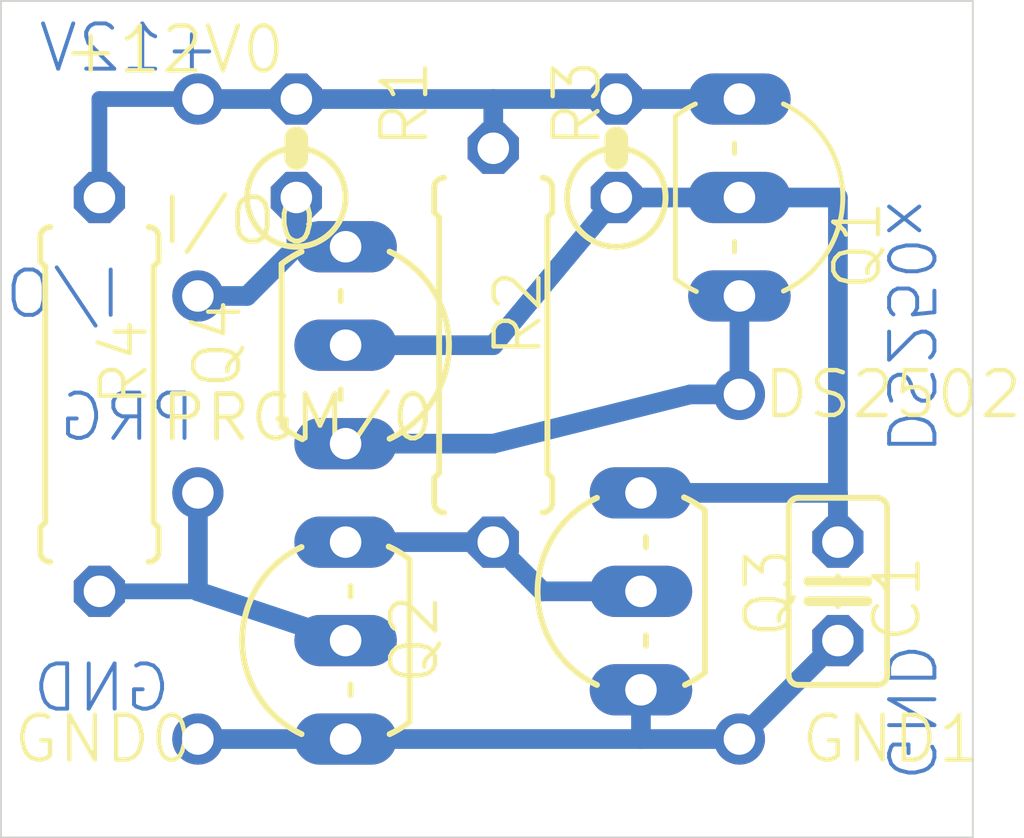
<source format=kicad_pcb>
(kicad_pcb (version 20221018) (generator pcbnew)
  (layers (0 "F.Cu" signal) (31 "B.Cu" signal) (34 "B.Paste" user) (35 "F.Paste" user) (36 "B.SilkS" user "B.Silkscreen") (37 "F.SilkS" user "F.Silkscreen") (38 "B.Mask" user) (39 "F.Mask" user) (44 "Edge.Cuts" user))
  (net 0 "")
  (net 1 "N$1")
  (net 2 "N$2")
  (net 3 "N$3")
  (net 4 "N$4")
  (net 5 "N$5")
  (net 6 "N$6")
  (net 7 "N$7")
  (footprint "DS2502_prog:P1-13" (layer "F.Cu") (at 141.0461 113.2536)
    (fp_text reference "GND0" (at -4.826 0) (layer "F.SilkS") (effects (font (size 1.1557 1.1557) (thickness 0.1143)) (justify left)))
    (fp_text value "SOLDER_POINTA")
    (pad "1" thru_hole circle (at 0 0) (size 1.3208 1.3208) (drill 0.8128) (layers "*.Cu" "*.Mask") (net 5 "N$5"))
  )
  (footprint "DS2502_prog:0207_2V" (layer "F.Cu") (at 143.5861 98.0136 90)
    (fp_text reference "R1" (at -0.0508 2.794 90) (layer "F.SilkS") (effects (font (size 1.1557 1.1557) (thickness 0.1143)) (justify left)))
    (fp_text value "4.7K" hide)
    (fp_line (start -0.254 0) (end 0.254 0) (stroke (width 0.6096)) (layer "F.SilkS"))
    (fp_circle (center -1.27 0) (end 0 0) (stroke (width 0.1524)) (fill none) (layer "F.SilkS"))
    (pad "1" thru_hole roundrect (at -1.27 0 90) (size 1.3208 1.3208) (drill 0.8128) (layers "*.Cu" "*.Mask") (chamfer_ratio 0.2928932188) (chamfer top_left top_right bottom_left bottom_right) (net 2 "N$2"))
    (pad "2" thru_hole roundrect (at 1.27 0 90) (size 1.3208 1.3208) (drill 0.8128) (layers "*.Cu" "*.Mask") (chamfer_ratio 0.2928932188) (chamfer top_left top_right bottom_left bottom_right) (net 1 "N$1"))
  )
  (footprint "DS2502_prog:TO92-" (layer "F.Cu") (at 155.0161 99.2836 -90)
    (fp_text reference "Q1" (at 0 -3.048 90) (layer "F.SilkS") (effects (font (size 1.1557 1.1557) (thickness 0.1143)) (justify right)))
    (fp_text value "VP0106N3" hide)
    (fp_line (start -2.0945 1.651) (end 2.0945 1.651) (stroke (width 0.127)) (layer "F.SilkS"))
    (fp_line (start -1.1359 0.127) (end -1.4041 0.127) (stroke (width 0.127)) (layer "F.SilkS"))
    (fp_line (start 1.4041 0.127) (end 1.1359 0.127) (stroke (width 0.127)) (layer "F.SilkS"))
    (fp_arc (start -2.413 -1.1359) (mid -0.000001 -2.666986) (end 2.412999 -1.135901) (stroke (width 0.127)) (layer "F.SilkS"))
    (fp_arc (start -2.0945 1.651) (mid -2.268418 1.40252) (end -2.413 1.1359) (stroke (width 0.127)) (layer "F.SilkS"))
    (fp_arc (start 2.4242 1.1118) (mid 2.275378 1.391201) (end 2.0945 1.651) (stroke (width 0.127)) (layer "F.SilkS"))
    (pad "1" thru_hole oval (at 2.54 0) (size 2.6416 1.3208) (drill 0.8128) (layers "*.Cu" "*.Mask") (net 7 "N$7"))
    (pad "2" thru_hole oval (at 0 0) (size 2.6416 1.3208) (drill 0.8128) (layers "*.Cu" "*.Mask") (net 6 "N$6"))
    (pad "3" thru_hole oval (at -2.54 0) (size 2.6416 1.3208) (drill 0.8128) (layers "*.Cu" "*.Mask") (net 1 "N$1"))
  )
  (footprint "DS2502_prog:P1-13" (layer "F.Cu") (at 155.0161 104.3636)
    (fp_text reference "DS2502" (at 7.366 0) (layer "F.SilkS") (effects (font (size 1.1557 1.1557) (thickness 0.1143)) (justify right)))
    (fp_text value "SOLDER_POINTA")
    (pad "1" thru_hole circle (at 0 0) (size 1.3208 1.3208) (drill 0.8128) (layers "*.Cu" "*.Mask") (net 7 "N$7"))
  )
  (footprint "DS2502_prog:TO92-LINE" (layer "F.Cu") (at 152.4761 109.4436 90)
    (fp_text reference "Q3" (at -1.27 3.302 90) (layer "F.SilkS") (effects (font (size 1.1557 1.1557) (thickness 0.1143)) (justify left)))
    (fp_text value "2N7000" hide)
    (fp_line (start -2.095 1.651) (end 2.095 1.651) (stroke (width 0.1524)) (layer "F.SilkS"))
    (fp_line (start -1.136 0.127) (end -1.404 0.127) (stroke (width 0.1524)) (layer "F.SilkS"))
    (fp_line (start 1.404 0.127) (end 1.136 0.127) (stroke (width 0.1524)) (layer "F.SilkS"))
    (fp_arc (start -2.413 -1.1359) (mid -0.000001 -2.666986) (end 2.412999 -1.135901) (stroke (width 0.1524)) (layer "F.SilkS"))
    (fp_arc (start -2.095 1.651) (mid -2.268918 1.40252) (end -2.4135 1.1359) (stroke (width 0.1524)) (layer "F.SilkS"))
    (fp_arc (start 2.4247 1.1118) (mid 2.275878 1.391201) (end 2.095 1.651) (stroke (width 0.1524)) (layer "F.SilkS"))
    (pad "1" thru_hole oval (at 2.54 0 180) (size 2.6416 1.3208) (drill 0.8128) (layers "*.Cu" "*.Mask") (net 6 "N$6"))
    (pad "2" thru_hole oval (at 0 0 180) (size 2.6416 1.3208) (drill 0.8128) (layers "*.Cu" "*.Mask") (net 3 "N$3"))
    (pad "3" thru_hole oval (at -2.54 0 180) (size 2.6416 1.3208) (drill 0.8128) (layers "*.Cu" "*.Mask") (net 5 "N$5"))
  )
  (footprint "DS2502_prog:P1-13" (layer "F.Cu") (at 155.0161 113.2536)
    (fp_text reference "GND1" (at 1.524 0) (layer "F.SilkS") (effects (font (size 1.1557 1.1557) (thickness 0.1143)) (justify left)))
    (fp_text value "SOLDER_POINTA")
    (pad "1" thru_hole circle (at 0 0) (size 1.3208 1.3208) (drill 0.8128) (layers "*.Cu" "*.Mask") (net 5 "N$5"))
  )
  (footprint "DS2502_prog:0207_2V" (layer "F.Cu") (at 151.8411 98.0136 90)
    (fp_text reference "R3" (at -0.0508 -1.016 90) (layer "F.SilkS") (effects (font (size 1.1557 1.1557) (thickness 0.1143)) (justify left)))
    (fp_text value "10K" hide)
    (fp_line (start -0.254 0) (end 0.254 0) (stroke (width 0.6096)) (layer "F.SilkS"))
    (fp_circle (center -1.27 0) (end 0 0) (stroke (width 0.1524)) (fill none) (layer "F.SilkS"))
    (pad "1" thru_hole roundrect (at -1.27 0 90) (size 1.3208 1.3208) (drill 0.8128) (layers "*.Cu" "*.Mask") (chamfer_ratio 0.2928932188) (chamfer top_left top_right bottom_left bottom_right) (net 6 "N$6"))
    (pad "2" thru_hole roundrect (at 1.27 0 90) (size 1.3208 1.3208) (drill 0.8128) (layers "*.Cu" "*.Mask") (chamfer_ratio 0.2928932188) (chamfer top_left top_right bottom_left bottom_right) (net 1 "N$1"))
  )
  (footprint "DS2502_prog:P1-13" (layer "F.Cu") (at 141.0461 96.7436)
    (fp_text reference "+12V0" (at -3.556 -1.27) (layer "F.SilkS") (effects (font (size 1.1557 1.1557) (thickness 0.1143)) (justify left)))
    (fp_text value "SOLDER_POINTA")
    (pad "1" thru_hole circle (at 0 0) (size 1.3208 1.3208) (drill 0.8128) (layers "*.Cu" "*.Mask") (net 1 "N$1"))
  )
  (footprint "DS2502_prog:0309_10" (layer "F.Cu") (at 138.5061 104.3636 90)
    (fp_text reference "R4" (at -0.381 0.635 90) (layer "F.SilkS") (effects (font (size 1.1557 1.1557) (thickness 0.1143)) (justify left)))
    (fp_text value "100k" hide)
    (fp_line (start -4.064 -1.524) (end -3.429 -1.524) (stroke (width 0.1524)) (layer "F.SilkS"))
    (fp_line (start -4.064 1.524) (end -3.429 1.524) (stroke (width 0.1524)) (layer "F.SilkS"))
    (fp_line (start -3.302 -1.397) (end -3.429 -1.524) (stroke (width 0.1524)) (layer "F.SilkS"))
    (fp_line (start -3.302 1.397) (end -3.429 1.524) (stroke (width 0.1524)) (layer "F.SilkS"))
    (fp_line (start 3.302 -1.397) (end -3.302 -1.397) (stroke (width 0.1524)) (layer "F.SilkS"))
    (fp_line (start 3.302 -1.397) (end 3.429 -1.524) (stroke (width 0.1524)) (layer "F.SilkS"))
    (fp_line (start 3.302 1.397) (end -3.302 1.397) (stroke (width 0.1524)) (layer "F.SilkS"))
    (fp_line (start 3.302 1.397) (end 3.429 1.524) (stroke (width 0.1524)) (layer "F.SilkS"))
    (fp_line (start 4.064 -1.524) (end 3.429 -1.524) (stroke (width 0.1524)) (layer "F.SilkS"))
    (fp_line (start 4.064 1.524) (end 3.429 1.524) (stroke (width 0.1524)) (layer "F.SilkS"))
    (fp_arc (start -4.318 -1.27) (mid -4.243605 -1.449605) (end -4.064 -1.524) (stroke (width 0.1524)) (layer "F.SilkS"))
    (fp_arc (start -4.064 1.524) (mid -4.243605 1.449605) (end -4.318 1.27) (stroke (width 0.1524)) (layer "F.SilkS"))
    (fp_arc (start 4.064 -1.524) (mid 4.243605 -1.449605) (end 4.318 -1.27) (stroke (width 0.1524)) (layer "F.SilkS"))
    (fp_arc (start 4.318 1.27) (mid 4.243605 1.449605) (end 4.064 1.524) (stroke (width 0.1524)) (layer "F.SilkS"))
    (pad "1" thru_hole roundrect (at -5.08 0 90) (size 1.3208 1.3208) (drill 0.8128) (layers "*.Cu" "*.Mask") (chamfer_ratio 0.2928932188) (chamfer top_left top_right bottom_left bottom_right) (net 4 "N$4"))
    (pad "2" thru_hole roundrect (at 5.08 0 90) (size 1.3208 1.3208) (drill 0.8128) (layers "*.Cu" "*.Mask") (chamfer_ratio 0.2928932188) (chamfer top_left top_right bottom_left bottom_right) (net 1 "N$1"))
  )
  (footprint "DS2502_prog:0309_10" (layer "F.Cu") (at 148.6661 103.0936 90)
    (fp_text reference "R2" (at -0.381 0.635 90) (layer "F.SilkS") (effects (font (size 1.1557 1.1557) (thickness 0.1143)) (justify left)))
    (fp_text value "10k" hide)
    (fp_line (start -4.064 -1.524) (end -3.429 -1.524) (stroke (width 0.1524)) (layer "F.SilkS"))
    (fp_line (start -4.064 1.524) (end -3.429 1.524) (stroke (width 0.1524)) (layer "F.SilkS"))
    (fp_line (start -3.302 -1.397) (end -3.429 -1.524) (stroke (width 0.1524)) (layer "F.SilkS"))
    (fp_line (start -3.302 1.397) (end -3.429 1.524) (stroke (width 0.1524)) (layer "F.SilkS"))
    (fp_line (start 3.302 -1.397) (end -3.302 -1.397) (stroke (width 0.1524)) (layer "F.SilkS"))
    (fp_line (start 3.302 -1.397) (end 3.429 -1.524) (stroke (width 0.1524)) (layer "F.SilkS"))
    (fp_line (start 3.302 1.397) (end -3.302 1.397) (stroke (width 0.1524)) (layer "F.SilkS"))
    (fp_line (start 3.302 1.397) (end 3.429 1.524) (stroke (width 0.1524)) (layer "F.SilkS"))
    (fp_line (start 4.064 -1.524) (end 3.429 -1.524) (stroke (width 0.1524)) (layer "F.SilkS"))
    (fp_line (start 4.064 1.524) (end 3.429 1.524) (stroke (width 0.1524)) (layer "F.SilkS"))
    (fp_arc (start -4.318 -1.27) (mid -4.243605 -1.449605) (end -4.064 -1.524) (stroke (width 0.1524)) (layer "F.SilkS"))
    (fp_arc (start -4.064 1.524) (mid -4.243605 1.449605) (end -4.318 1.27) (stroke (width 0.1524)) (layer "F.SilkS"))
    (fp_arc (start 4.064 -1.524) (mid 4.243605 -1.449605) (end 4.318 -1.27) (stroke (width 0.1524)) (layer "F.SilkS"))
    (fp_arc (start 4.318 1.27) (mid 4.243605 1.449605) (end 4.064 1.524) (stroke (width 0.1524)) (layer "F.SilkS"))
    (pad "1" thru_hole roundrect (at -5.08 0 90) (size 1.3208 1.3208) (drill 0.8128) (layers "*.Cu" "*.Mask") (chamfer_ratio 0.2928932188) (chamfer top_left top_right bottom_left bottom_right) (net 3 "N$3"))
    (pad "2" thru_hole roundrect (at 5.08 0 90) (size 1.3208 1.3208) (drill 0.8128) (layers "*.Cu" "*.Mask") (chamfer_ratio 0.2928932188) (chamfer top_left top_right bottom_left bottom_right) (net 1 "N$1"))
  )
  (footprint "DS2502_prog:C025-025X050" (layer "F.Cu") (at 157.5561 109.4436 -90)
    (fp_text reference "C1" (at -1.016 -1.524 90) (layer "F.SilkS") (effects (font (size 1.1557 1.1557) (thickness 0.1143)) (justify right)))
    (fp_text value "470pf" hide)
    (fp_line (start -2.413 -1.016) (end -2.413 1.016) (stroke (width 0.1524)) (layer "F.SilkS"))
    (fp_line (start -2.159 -1.27) (end 2.159 -1.27) (stroke (width 0.1524)) (layer "F.SilkS"))
    (fp_line (start -0.254 -0.762) (end -0.254 0) (stroke (width 0.254)) (layer "F.SilkS"))
    (fp_line (start -0.254 0) (end -0.381 0) (stroke (width 0.1524)) (layer "F.SilkS"))
    (fp_line (start -0.254 0) (end -0.254 0.762) (stroke (width 0.254)) (layer "F.SilkS"))
    (fp_line (start 0.254 0) (end 0.254 -0.762) (stroke (width 0.254)) (layer "F.SilkS"))
    (fp_line (start 0.254 0) (end 0.254 0.762) (stroke (width 0.254)) (layer "F.SilkS"))
    (fp_line (start 0.381 0) (end 0.254 0) (stroke (width 0.1524)) (layer "F.SilkS"))
    (fp_line (start 2.159 1.27) (end -2.159 1.27) (stroke (width 0.1524)) (layer "F.SilkS"))
    (fp_line (start 2.413 -1.016) (end 2.413 1.016) (stroke (width 0.1524)) (layer "F.SilkS"))
    (fp_arc (start -2.413 -1.016) (mid -2.338605 -1.195605) (end -2.159 -1.27) (stroke (width 0.1524)) (layer "F.SilkS"))
    (fp_arc (start -2.159 1.27) (mid -2.338605 1.195605) (end -2.413 1.016) (stroke (width 0.1524)) (layer "F.SilkS"))
    (fp_arc (start 2.159 -1.27) (mid 2.338605 -1.195605) (end 2.413 -1.016) (stroke (width 0.1524)) (layer "F.SilkS"))
    (fp_arc (start 2.413 1.016) (mid 2.338605 1.195605) (end 2.159 1.27) (stroke (width 0.1524)) (layer "F.SilkS"))
    (pad "1" thru_hole roundrect (at -1.27 0 270) (size 1.3208 1.3208) (drill 0.8128) (layers "*.Cu" "*.Mask") (chamfer_ratio 0.2928932188) (chamfer top_left top_right bottom_left bottom_right) (net 6 "N$6"))
    (pad "2" thru_hole roundrect (at 1.27 0 270) (size 1.3208 1.3208) (drill 0.8128) (layers "*.Cu" "*.Mask") (chamfer_ratio 0.2928932188) (chamfer top_left top_right bottom_left bottom_right) (net 5 "N$5"))
  )
  (footprint "DS2502_prog:TO92-LINE" (layer "F.Cu") (at 144.8561 110.7136 90)
    (fp_text reference "Q2" (at 1.27 1.778 90) (layer "F.SilkS") (effects (font (size 1.1557 1.1557) (thickness 0.1143)) (justify right)))
    (fp_text value "2N7000" hide)
    (fp_line (start -2.095 1.651) (end 2.095 1.651) (stroke (width 0.1524)) (layer "F.SilkS"))
    (fp_line (start -1.136 0.127) (end -1.404 0.127) (stroke (width 0.1524)) (layer "F.SilkS"))
    (fp_line (start 1.404 0.127) (end 1.136 0.127) (stroke (width 0.1524)) (layer "F.SilkS"))
    (fp_arc (start -2.413 -1.1359) (mid -0.000001 -2.666986) (end 2.412999 -1.135901) (stroke (width 0.1524)) (layer "F.SilkS"))
    (fp_arc (start -2.095 1.651) (mid -2.268918 1.40252) (end -2.4135 1.1359) (stroke (width 0.1524)) (layer "F.SilkS"))
    (fp_arc (start 2.4247 1.1118) (mid 2.275878 1.391201) (end 2.095 1.651) (stroke (width 0.1524)) (layer "F.SilkS"))
    (pad "1" thru_hole oval (at 2.54 0 180) (size 2.6416 1.3208) (drill 0.8128) (layers "*.Cu" "*.Mask") (net 3 "N$3"))
    (pad "2" thru_hole oval (at 0 0 180) (size 2.6416 1.3208) (drill 0.8128) (layers "*.Cu" "*.Mask") (net 4 "N$4"))
    (pad "3" thru_hole oval (at -2.54 0 180) (size 2.6416 1.3208) (drill 0.8128) (layers "*.Cu" "*.Mask") (net 5 "N$5"))
  )
  (footprint "DS2502_prog:P1-13" (layer "F.Cu") (at 141.0461 101.8236)
    (fp_text reference "I/O0" (at -1.016 -1.27) (layer "F.SilkS") (effects (font (size 1.143 1.143) (thickness 0.127)) (justify left bottom)))
    (fp_text value "SOLDER_POINTA")
    (pad "1" thru_hole circle (at 0 0) (size 1.3208 1.3208) (drill 0.8128) (layers "*.Cu" "*.Mask") (net 2 "N$2"))
  )
  (footprint "DS2502_prog:TO92-LINE" (layer "F.Cu") (at 144.8561 103.0936 -90)
    (fp_text reference "Q4" (at -1.27 3.302 90) (layer "F.SilkS") (effects (font (size 1.1557 1.1557) (thickness 0.1143)) (justify right)))
    (fp_text value "2N7000" hide)
    (fp_line (start -2.095 1.651) (end 2.095 1.651) (stroke (width 0.1524)) (layer "F.SilkS"))
    (fp_line (start -1.136 0.127) (end -1.404 0.127) (stroke (width 0.1524)) (layer "F.SilkS"))
    (fp_line (start 1.404 0.127) (end 1.136 0.127) (stroke (width 0.1524)) (layer "F.SilkS"))
    (fp_arc (start -2.413 -1.1359) (mid -0.000001 -2.666986) (end 2.412999 -1.135901) (stroke (width 0.1524)) (layer "F.SilkS"))
    (fp_arc (start -2.095 1.651) (mid -2.268918 1.40252) (end -2.4135 1.1359) (stroke (width 0.1524)) (layer "F.SilkS"))
    (fp_arc (start 2.4247 1.1118) (mid 2.275878 1.391201) (end 2.095 1.651) (stroke (width 0.1524)) (layer "F.SilkS"))
    (pad "1" thru_hole oval (at 2.54 0) (size 2.6416 1.3208) (drill 0.8128) (layers "*.Cu" "*.Mask") (net 7 "N$7"))
    (pad "2" thru_hole oval (at 0 0) (size 2.6416 1.3208) (drill 0.8128) (layers "*.Cu" "*.Mask") (net 6 "N$6"))
    (pad "3" thru_hole oval (at -2.54 0) (size 2.6416 1.3208) (drill 0.8128) (layers "*.Cu" "*.Mask") (net 2 "N$2"))
  )
  (footprint "DS2502_prog:P1-13" (layer "F.Cu") (at 141.0461 106.9036)
    (fp_text reference "PRGM/0" (at -1.016 -1.27) (layer "F.SilkS") (effects (font (size 1.143 1.143) (thickness 0.127)) (justify left bottom)))
    (fp_text value "SOLDER_POINTA")
    (pad "1" thru_hole circle (at 0 0) (size 1.3208 1.3208) (drill 0.8128) (layers "*.Cu" "*.Mask") (net 4 "N$4"))
  )
  (gr_line (start 135.9661 94.2136) (end 135.9661 115.7936) (stroke (width 0.05)) (layer "Edge.Cuts"))
  (gr_line (start 161.0361 115.7936) (end 161.0361 94.2136) (stroke (width 0.05)) (layer "Edge.Cuts"))
  (gr_line (start 161.0361 94.2136) (end 135.9661 94.2136) (stroke (width 0.05)) (layer "Edge.Cuts"))
  (gr_line (start 135.9661 115.7936) (end 161.0361 115.7936) (stroke (width 0.05)) (layer "Edge.Cuts"))
  (gr_text "GND" (at 140.4111 112.6186) (layer "B.Cu") (effects (font (size 1.1684 1.1684) (thickness 0.1016)) (justify left bottom mirror)))
  (gr_text "I/O" (at 139.1411 102.4586) (layer "B.Cu") (effects (font (size 1.1684 1.1684) (thickness 0.1016)) (justify left bottom mirror)))
  (gr_text "+12V" (at 141.6811 96.1086) (layer "B.Cu") (effects (font (size 1.1684 1.1684) (thickness 0.1016)) (justify left bottom mirror)))
  (gr_text "DS250x" (at 160.0961 99.2836 -90) (layer "B.Cu") (effects (font (size 1.1684 1.1684) (thickness 0.1016)) (justify right top mirror)))
  (gr_text "GND" (at 160.0961 110.7136 -90) (layer "B.Cu") (effects (font (size 1.1684 1.1684) (thickness 0.1016)) (justify right top mirror)))
  (gr_text "PRG" (at 141.0461 105.6336) (layer "B.Cu") (effects (font (size 1.1684 1.1684) (thickness 0.1016)) (justify left bottom mirror)))
  (segment (start 148.6661 96.7436) (end 151.8411 96.7436) (width 0.508) (layer "B.Cu") (net 1))
  (segment (start 138.5061 99.2836) (end 138.5061 96.7436) (width 0.4064) (layer "B.Cu") (net 1))
  (segment (start 143.5861 96.7436) (end 148.6661 96.7436) (width 0.508) (layer "B.Cu") (net 1))
  (segment (start 141.0461 96.7436) (end 143.5861 96.7436) (width 0.508) (layer "B.Cu") (net 1))
  (segment (start 151.8411 96.7436) (end 155.0161 96.7436) (width 0.508) (layer "B.Cu") (net 1))
  (segment (start 138.5061 96.7436) (end 141.0461 96.7436) (width 0.4064) (layer "B.Cu") (net 1))
  (segment (start 148.6661 98.0136) (end 148.6661 96.7436) (width 0.508) (layer "B.Cu") (net 1))
  (segment (start 143.5861 99.2836) (end 143.5861 100.5536) (width 0.508) (layer "B.Cu") (net 2))
  (segment (start 144.8561 100.5536) (end 143.5861 100.5536) (width 0.508) (layer "B.Cu") (net 2))
  (segment (start 143.5861 100.5536) (end 142.3161 101.8236) (width 0.508) (layer "B.Cu") (net 2))
  (segment (start 142.3161 101.8236) (end 141.0461 101.8236) (width 0.508) (layer "B.Cu") (net 2))
  (segment (start 152.4761 109.4436) (end 149.9361 109.4436) (width 0.508) (layer "B.Cu") (net 3))
  (segment (start 149.9361 109.4436) (end 148.6661 108.1736) (width 0.508) (layer "B.Cu") (net 3))
  (segment (start 144.8561 108.1736) (end 148.6661 108.1736) (width 0.508) (layer "B.Cu") (net 3))
  (segment (start 141.0461 106.9036) (end 141.0461 109.4436) (width 0.508) (layer "B.Cu") (net 4))
  (segment (start 138.5061 109.4436) (end 141.0461 109.4436) (width 0.4064) (layer "B.Cu") (net 4))
  (segment (start 141.0461 109.4436) (end 144.8561 110.7136) (width 0.508) (layer "B.Cu") (net 4))
  (segment (start 157.5561 110.7136) (end 155.0161 113.2536) (width 0.508) (layer "B.Cu") (net 5))
  (segment (start 144.8561 113.2536) (end 152.4761 113.2536) (width 0.508) (layer "B.Cu") (net 5))
  (segment (start 141.0461 113.2536) (end 144.8561 113.2536) (width 0.508) (layer "B.Cu") (net 5))
  (segment (start 152.4761 113.2536) (end 152.4761 111.9836) (width 0.508) (layer "B.Cu") (net 5))
  (segment (start 155.0161 113.2536) (end 152.4761 113.2536) (width 0.508) (layer "B.Cu") (net 5))
  (segment (start 157.5561 108.1736) (end 157.5561 99.2836) (width 0.508) (layer "B.Cu") (net 6))
  (segment (start 157.5561 106.9036) (end 157.5561 108.1736) (width 0.508) (layer "B.Cu") (net 6))
  (segment (start 151.8411 99.2836) (end 155.0161 99.2836) (width 0.508) (layer "B.Cu") (net 6))
  (segment (start 148.6661 103.0936) (end 151.8411 99.2836) (width 0.508) (layer "B.Cu") (net 6))
  (segment (start 152.4761 106.9036) (end 157.5561 106.9036) (width 0.508) (layer "B.Cu") (net 6))
  (segment (start 144.8561 103.0936) (end 148.6661 103.0936) (width 0.508) (layer "B.Cu") (net 6))
  (segment (start 157.5561 99.2836) (end 155.0161 99.2836) (width 0.508) (layer "B.Cu") (net 6))
  (segment (start 153.7461 104.3636) (end 155.0161 104.3636) (width 0.508) (layer "B.Cu") (net 7))
  (segment (start 155.0161 104.3636) (end 155.0161 101.8236) (width 0.508) (layer "B.Cu") (net 7))
  (segment (start 148.6661 105.6336) (end 153.7461 104.3636) (width 0.508) (layer "B.Cu") (net 7))
  (segment (start 144.8561 105.6336) (end 148.6661 105.6336) (width 0.508) (layer "B.Cu") (net 7))
)
</source>
